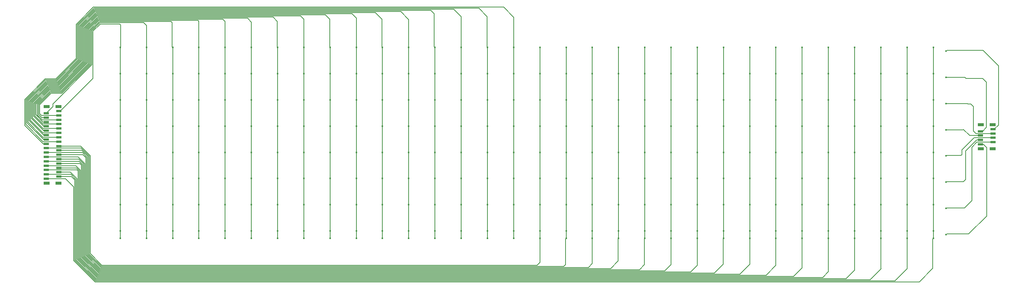
<source format=gbl>
G04 #@! TF.GenerationSoftware,KiCad,Pcbnew,6.0.8+dfsg-1~bpo11+1*
G04 #@! TF.CreationDate,2023-03-24T18:59:51-04:00*
G04 #@! TF.ProjectId,captouch_sensor_baseline,63617074-6f75-4636-985f-73656e736f72,rev?*
G04 #@! TF.SameCoordinates,Original*
G04 #@! TF.FileFunction,Copper,L2,Bot*
G04 #@! TF.FilePolarity,Positive*
%FSLAX46Y46*%
G04 Gerber Fmt 4.6, Leading zero omitted, Abs format (unit mm)*
G04 Created by KiCad (PCBNEW 6.0.8+dfsg-1~bpo11+1) date 2023-03-24 18:59:51*
%MOMM*%
%LPD*%
G01*
G04 APERTURE LIST*
G04 #@! TA.AperFunction,SMDPad,CuDef*
%ADD10R,1.200000X0.600000*%
G04 #@! TD*
G04 #@! TA.AperFunction,SMDPad,CuDef*
%ADD11R,1.400000X0.800000*%
G04 #@! TD*
G04 #@! TA.AperFunction,ViaPad*
%ADD12C,0.400000*%
G04 #@! TD*
G04 #@! TA.AperFunction,Conductor*
%ADD13C,0.127000*%
G04 #@! TD*
G04 APERTURE END LIST*
D10*
X52125000Y-72625000D03*
X49225000Y-73125000D03*
X52125000Y-73625000D03*
X49225000Y-74125000D03*
X52125000Y-74625000D03*
X49225000Y-75125000D03*
X52125000Y-75625000D03*
X49225000Y-76125000D03*
X52125000Y-76625000D03*
X49225000Y-77125000D03*
X52125000Y-77625000D03*
X49225000Y-78125000D03*
X52125000Y-78625000D03*
X49225000Y-79125000D03*
X52125000Y-79625000D03*
X49225000Y-80125000D03*
X52125000Y-80625000D03*
X49225000Y-81125000D03*
X52125000Y-81625000D03*
X49225000Y-82125000D03*
X52125000Y-82625000D03*
X49225000Y-83125000D03*
X52125000Y-83625000D03*
X49225000Y-84125000D03*
X52125000Y-84625000D03*
X49225000Y-85125000D03*
X52125000Y-85625000D03*
X49225000Y-86125000D03*
X52125000Y-86625000D03*
X49225000Y-87125000D03*
X52125000Y-87625000D03*
X49225000Y-88125000D03*
D11*
X52025000Y-71625000D03*
X49325000Y-71625000D03*
X52025000Y-89125000D03*
X49325000Y-89125000D03*
D10*
X265775000Y-76750000D03*
X262875000Y-77250000D03*
X265775000Y-77750000D03*
X262875000Y-78250000D03*
X265775000Y-78750000D03*
X262875000Y-79250000D03*
X265775000Y-79750000D03*
X262875000Y-80250000D03*
D11*
X265675000Y-75750000D03*
X262975000Y-75750000D03*
X265675000Y-81250000D03*
X262975000Y-81250000D03*
D12*
X255050000Y-58900000D03*
X255050000Y-64900000D03*
X255050000Y-70900000D03*
X255050000Y-76900000D03*
X255050000Y-82900000D03*
X255050000Y-88900000D03*
X255050000Y-94900000D03*
X255050000Y-100900000D03*
X66125000Y-70075000D03*
X66125000Y-64075000D03*
X66125000Y-58075000D03*
X66125000Y-82075000D03*
X66125000Y-76075000D03*
X66125000Y-100075000D03*
X66125000Y-94075000D03*
X66125000Y-88075000D03*
X66125000Y-101750000D03*
X72125000Y-100075000D03*
X72125000Y-76075000D03*
X72125000Y-70075000D03*
X72125000Y-82075000D03*
X72125000Y-94075000D03*
X72125000Y-88075000D03*
X72125000Y-64075000D03*
X72125000Y-58075000D03*
X72125000Y-101750000D03*
X78125000Y-64075000D03*
X78125000Y-88075000D03*
X78125000Y-101750000D03*
X78125000Y-58075000D03*
X78125000Y-70075000D03*
X78125000Y-94075000D03*
X78125000Y-82075000D03*
X78125000Y-76075000D03*
X78125000Y-100075000D03*
X84125000Y-64075000D03*
X84125000Y-76075000D03*
X84125000Y-58075000D03*
X84125000Y-100075000D03*
X84125000Y-88075000D03*
X84125000Y-82075000D03*
X84125000Y-94075000D03*
X84125000Y-70075000D03*
X84125000Y-101750000D03*
X90125000Y-70075000D03*
X90125000Y-58075000D03*
X90125000Y-64075000D03*
X90125000Y-94075000D03*
X90125000Y-88075000D03*
X90125000Y-82075000D03*
X90125000Y-100075000D03*
X90125000Y-101750000D03*
X90125000Y-76075000D03*
X96125000Y-76075000D03*
X96125000Y-88075000D03*
X96125000Y-70075000D03*
X96125000Y-100075000D03*
X96125000Y-94075000D03*
X96125000Y-58075000D03*
X96125000Y-64075000D03*
X96125000Y-82075000D03*
X96125000Y-101750000D03*
X102125000Y-101750000D03*
X102125000Y-64075000D03*
X102125000Y-76075000D03*
X102125000Y-58075000D03*
X102125000Y-88075000D03*
X102125000Y-100075000D03*
X102125000Y-70075000D03*
X102125000Y-94075000D03*
X102125000Y-82075000D03*
X108125000Y-70075000D03*
X108125000Y-101750000D03*
X108125000Y-94075000D03*
X108125000Y-76075000D03*
X108125000Y-58075000D03*
X108125000Y-100075000D03*
X108125000Y-64075000D03*
X108125000Y-88075000D03*
X108125000Y-82075000D03*
X114125000Y-58075000D03*
X114125000Y-94075000D03*
X114125000Y-88075000D03*
X114125000Y-82075000D03*
X114125000Y-76075000D03*
X114125000Y-64075000D03*
X114125000Y-101750000D03*
X114125000Y-70075000D03*
X114125000Y-100075000D03*
X120125000Y-88075000D03*
X120125000Y-100075000D03*
X120125000Y-101750000D03*
X120125000Y-64075000D03*
X120125000Y-94075000D03*
X120125000Y-70075000D03*
X120125000Y-58075000D03*
X120125000Y-76075000D03*
X120125000Y-82075000D03*
X126125000Y-94075000D03*
X126125000Y-101750000D03*
X126125000Y-70075000D03*
X126125000Y-88075000D03*
X126125000Y-76075000D03*
X126125000Y-82075000D03*
X126125000Y-64075000D03*
X126125000Y-58075000D03*
X126125000Y-100075000D03*
X132125000Y-76075000D03*
X132125000Y-88075000D03*
X132125000Y-94075000D03*
X132125000Y-100075000D03*
X132125000Y-64075000D03*
X132125000Y-101750000D03*
X132125000Y-70075000D03*
X132125000Y-58075000D03*
X132125000Y-82075000D03*
X138125000Y-58075000D03*
X138125000Y-101750000D03*
X138125000Y-70075000D03*
X138125000Y-64075000D03*
X138125000Y-94075000D03*
X138125000Y-76075000D03*
X138125000Y-100075000D03*
X138125000Y-88075000D03*
X138125000Y-82075000D03*
X144125000Y-82075000D03*
X144125000Y-94075000D03*
X144125000Y-70075000D03*
X144125000Y-76075000D03*
X144125000Y-58075000D03*
X144125000Y-64075000D03*
X144125000Y-100075000D03*
X144125000Y-101750000D03*
X144125000Y-88075000D03*
X150125000Y-64075000D03*
X150125000Y-100075000D03*
X150125000Y-58075000D03*
X150125000Y-70075000D03*
X150125000Y-101750000D03*
X150125000Y-76075000D03*
X150125000Y-88075000D03*
X150125000Y-94075000D03*
X150125000Y-82075000D03*
X156125000Y-76075000D03*
X156125000Y-70075000D03*
X156125000Y-101750000D03*
X156125000Y-64075000D03*
X156125000Y-82075000D03*
X156125000Y-58075000D03*
X156125000Y-100075000D03*
X156125000Y-88075000D03*
X156125000Y-94075000D03*
X162125000Y-88075000D03*
X162125000Y-82075000D03*
X162125000Y-94075000D03*
X162125000Y-101750000D03*
X162125000Y-100075000D03*
X162125000Y-58075000D03*
X162125000Y-64075000D03*
X162125000Y-70075000D03*
X162125000Y-76075000D03*
X168125000Y-70075000D03*
X168125000Y-82075000D03*
X168125000Y-88075000D03*
X168125000Y-94075000D03*
X168125000Y-100075000D03*
X168125000Y-76075000D03*
X168125000Y-64075000D03*
X168125000Y-58075000D03*
X168125000Y-101750000D03*
X174125000Y-101750000D03*
X174125000Y-82075000D03*
X174125000Y-70075000D03*
X174125000Y-100075000D03*
X174125000Y-88075000D03*
X174125000Y-94075000D03*
X174125000Y-58075000D03*
X174125000Y-64075000D03*
X174125000Y-76075000D03*
X180125000Y-82075000D03*
X180125000Y-100075000D03*
X180125000Y-101750000D03*
X180125000Y-58075000D03*
X180125000Y-76075000D03*
X180125000Y-64075000D03*
X180125000Y-88075000D03*
X180125000Y-94075000D03*
X180125000Y-70075000D03*
X186125000Y-58075000D03*
X186125000Y-101750000D03*
X186125000Y-94075000D03*
X186125000Y-88075000D03*
X186125000Y-82075000D03*
X186125000Y-70075000D03*
X186125000Y-64075000D03*
X186125000Y-76075000D03*
X186125000Y-100075000D03*
X192125000Y-94075000D03*
X192125000Y-64075000D03*
X192125000Y-88075000D03*
X192125000Y-58075000D03*
X192125000Y-82075000D03*
X192125000Y-76075000D03*
X192125000Y-100075000D03*
X192125000Y-101750000D03*
X192125000Y-70075000D03*
X198125000Y-70075000D03*
X198125000Y-101750000D03*
X198125000Y-76075000D03*
X198125000Y-100075000D03*
X198125000Y-64075000D03*
X198125000Y-82075000D03*
X198125000Y-94075000D03*
X198125000Y-88075000D03*
X198125000Y-58075000D03*
X204125000Y-101750000D03*
X204125000Y-64075000D03*
X204125000Y-94075000D03*
X204125000Y-70075000D03*
X204125000Y-82075000D03*
X204125000Y-76075000D03*
X204125000Y-58075000D03*
X204125000Y-100075000D03*
X204125000Y-88075000D03*
X210125000Y-70075000D03*
X210125000Y-58075000D03*
X210125000Y-88075000D03*
X210125000Y-76075000D03*
X210125000Y-64075000D03*
X210125000Y-82075000D03*
X210125000Y-94075000D03*
X210125000Y-100075000D03*
X210125000Y-101750000D03*
X216125000Y-88075000D03*
X216125000Y-82075000D03*
X216125000Y-76075000D03*
X216125000Y-100075000D03*
X216125000Y-101750000D03*
X216125000Y-94075000D03*
X216125000Y-58075000D03*
X216125000Y-64075000D03*
X216125000Y-70075000D03*
X222125000Y-94075000D03*
X222125000Y-88075000D03*
X222125000Y-58075000D03*
X222125000Y-76075000D03*
X222125000Y-82075000D03*
X222125000Y-70075000D03*
X222125000Y-101750000D03*
X222125000Y-64075000D03*
X222125000Y-100075000D03*
X228125000Y-94075000D03*
X228125000Y-88075000D03*
X228125000Y-101750000D03*
X228125000Y-100075000D03*
X228125000Y-64075000D03*
X228125000Y-58075000D03*
X228125000Y-70075000D03*
X228125000Y-82075000D03*
X228125000Y-76075000D03*
X234125000Y-94075000D03*
X234125000Y-100075000D03*
X234125000Y-76075000D03*
X234125000Y-70075000D03*
X234125000Y-101750000D03*
X234125000Y-64075000D03*
X234125000Y-58075000D03*
X234125000Y-82075000D03*
X234125000Y-88075000D03*
X240125000Y-76075000D03*
X240125000Y-101750000D03*
X240125000Y-94075000D03*
X240125000Y-88075000D03*
X240125000Y-70075000D03*
X240125000Y-58075000D03*
X240125000Y-82075000D03*
X240125000Y-64075000D03*
X240125000Y-100075000D03*
X246125000Y-94075000D03*
X246125000Y-58075000D03*
X246125000Y-76075000D03*
X246125000Y-101750000D03*
X246125000Y-64075000D03*
X246125000Y-88075000D03*
X246125000Y-70075000D03*
X246125000Y-82075000D03*
X246125000Y-100075000D03*
X252125000Y-94075000D03*
X252125000Y-76075000D03*
X252125000Y-82075000D03*
X252125000Y-70075000D03*
X252125000Y-58075000D03*
X252125000Y-64075000D03*
X252125000Y-88075000D03*
X252125000Y-100075000D03*
X252125000Y-101750000D03*
D13*
X266075000Y-76750000D02*
X267025000Y-75800000D01*
X267025000Y-62300000D02*
X263500000Y-58775000D01*
X267025000Y-75800000D02*
X267025000Y-62300000D01*
X263500000Y-58775000D02*
X255175000Y-58775000D01*
X255175000Y-58775000D02*
X255050000Y-58900000D01*
X265775000Y-76750000D02*
X266075000Y-76750000D01*
X259350000Y-64900000D02*
X259600000Y-65150000D01*
X262875000Y-77250000D02*
X263375000Y-77250000D01*
X255050000Y-64900000D02*
X259350000Y-64900000D01*
X264300000Y-76325000D02*
X264300000Y-66050000D01*
X263400000Y-65150000D02*
X259600000Y-65150000D01*
X263375000Y-77250000D02*
X264300000Y-76325000D01*
X264300000Y-66050000D02*
X263400000Y-65150000D01*
X265775000Y-77750000D02*
X261850000Y-77750000D01*
X260000000Y-70975000D02*
X260700000Y-70975000D01*
X261325000Y-71600000D02*
X260700000Y-70975000D01*
X261850000Y-77750000D02*
X261325000Y-77225000D01*
X259925000Y-70900000D02*
X260000000Y-70975000D01*
X255050000Y-70900000D02*
X259925000Y-70900000D01*
X261325000Y-77225000D02*
X261325000Y-71600000D01*
X255050000Y-76900000D02*
X258850000Y-76900000D01*
X258850000Y-76900000D02*
X258900000Y-76850000D01*
X262875000Y-78250000D02*
X260450000Y-78250000D01*
X260450000Y-78250000D02*
X259050000Y-76850000D01*
X259050000Y-76850000D02*
X258900000Y-76850000D01*
X255125000Y-82825000D02*
X255050000Y-82900000D01*
X265775000Y-78750000D02*
X261425000Y-78750000D01*
X258700000Y-81475000D02*
X258700000Y-82575000D01*
X261425000Y-78750000D02*
X258700000Y-81475000D01*
X258450000Y-82825000D02*
X255125000Y-82825000D01*
X258700000Y-82575000D02*
X258450000Y-82825000D01*
X259500000Y-81775000D02*
X259500000Y-88300000D01*
X258975000Y-88825000D02*
X255125000Y-88825000D01*
X259500000Y-88300000D02*
X258975000Y-88825000D01*
X255125000Y-88825000D02*
X255050000Y-88900000D01*
X262875000Y-79250000D02*
X262025000Y-79250000D01*
X262025000Y-79250000D02*
X259500000Y-81775000D01*
X260950000Y-80894000D02*
X260950000Y-93150000D01*
X262094000Y-79750000D02*
X260950000Y-80894000D01*
X260950000Y-93150000D02*
X259300000Y-94800000D01*
X255150000Y-94800000D02*
X255050000Y-94900000D01*
X265775000Y-79750000D02*
X262094000Y-79750000D01*
X259300000Y-94800000D02*
X255150000Y-94800000D01*
X260200000Y-100775000D02*
X255175000Y-100775000D01*
X263602000Y-80250000D02*
X264325000Y-80973000D01*
X264325000Y-96650000D02*
X260200000Y-100775000D01*
X255175000Y-100775000D02*
X255050000Y-100900000D01*
X262875000Y-80250000D02*
X263602000Y-80250000D01*
X264325000Y-80973000D02*
X264325000Y-96650000D01*
X66125000Y-70075000D02*
X66125000Y-76075000D01*
X59875000Y-65175000D02*
X59875000Y-54375000D01*
X66200000Y-58000000D02*
X66125000Y-58075000D01*
X61550000Y-52700000D02*
X65975000Y-52700000D01*
X59875000Y-54375000D02*
X61550000Y-52700000D01*
X66125000Y-82075000D02*
X66125000Y-88075000D01*
X66125000Y-58075000D02*
X66125000Y-64075000D01*
X66125000Y-76075000D02*
X66125000Y-82075000D01*
X66125000Y-100075000D02*
X66125000Y-101750000D01*
X66200000Y-52925000D02*
X66200000Y-58000000D01*
X66125000Y-64075000D02*
X66125000Y-70075000D01*
X66125000Y-88075000D02*
X66125000Y-94075000D01*
X52425000Y-72625000D02*
X59875000Y-65175000D01*
X65975000Y-52700000D02*
X66200000Y-52925000D01*
X66125000Y-94075000D02*
X66125000Y-100075000D01*
X52125000Y-72625000D02*
X52425000Y-72625000D01*
X49225000Y-73125000D02*
X50725000Y-71625000D01*
X72125000Y-101750000D02*
X72125000Y-100075000D01*
X59621000Y-54269790D02*
X61465790Y-52425000D01*
X71500000Y-52425000D02*
X72125000Y-53050000D01*
X61465790Y-52425000D02*
X71500000Y-52425000D01*
X50725000Y-70975000D02*
X59621000Y-62079000D01*
X59621000Y-62079000D02*
X59621000Y-54269790D01*
X50725000Y-71625000D02*
X50725000Y-70975000D01*
X72125000Y-53050000D02*
X72125000Y-58075000D01*
X72125000Y-100075000D02*
X72125000Y-58075000D01*
X52765790Y-68575000D02*
X59367000Y-61973790D01*
X78000000Y-57950000D02*
X78125000Y-58075000D01*
X59367000Y-61973790D02*
X59367000Y-54164580D01*
X48100000Y-73625000D02*
X47700000Y-73225000D01*
X78000000Y-52425000D02*
X78000000Y-57950000D01*
X59367000Y-54164580D02*
X61360580Y-52171000D01*
X77746000Y-52171000D02*
X78000000Y-52425000D01*
X52125000Y-73625000D02*
X48100000Y-73625000D01*
X50325000Y-68575000D02*
X52765790Y-68575000D01*
X47700000Y-73225000D02*
X47700000Y-71200000D01*
X78125000Y-58075000D02*
X78125000Y-101750000D01*
X47700000Y-71200000D02*
X50325000Y-68575000D01*
X61360580Y-52171000D02*
X77746000Y-52171000D01*
X47446000Y-71094790D02*
X47446000Y-73371000D01*
X59113000Y-54059370D02*
X59113000Y-61868580D01*
X59113000Y-61868580D02*
X52660580Y-68321000D01*
X50219790Y-68321000D02*
X47446000Y-71094790D01*
X48200000Y-74125000D02*
X49225000Y-74125000D01*
X84125000Y-101750000D02*
X84125000Y-58075000D01*
X47446000Y-73371000D02*
X48200000Y-74125000D01*
X83892000Y-51917000D02*
X61255370Y-51917000D01*
X61255370Y-51917000D02*
X59113000Y-54059370D01*
X84125000Y-52150000D02*
X83892000Y-51917000D01*
X84125000Y-58075000D02*
X84125000Y-52150000D01*
X52660580Y-68321000D02*
X50219790Y-68321000D01*
X90075000Y-58025000D02*
X90125000Y-58075000D01*
X47192000Y-70989580D02*
X50114580Y-68067000D01*
X52555370Y-68067000D02*
X58859000Y-61763370D01*
X48300000Y-74625000D02*
X47192000Y-73517000D01*
X61150160Y-51663000D02*
X89563000Y-51663000D01*
X58859000Y-61763370D02*
X58859000Y-53954160D01*
X90125000Y-58075000D02*
X90125000Y-101750000D01*
X52125000Y-74625000D02*
X48300000Y-74625000D01*
X89563000Y-51663000D02*
X90075000Y-52175000D01*
X58859000Y-53954160D02*
X61150160Y-51663000D01*
X47192000Y-73517000D02*
X47192000Y-70989580D01*
X50114580Y-68067000D02*
X52555370Y-68067000D01*
X90075000Y-52175000D02*
X90075000Y-58025000D01*
X46800000Y-71022370D02*
X46800000Y-73484210D01*
X96125000Y-52300000D02*
X95234000Y-51409000D01*
X96125000Y-58075000D02*
X96125000Y-52300000D01*
X58605000Y-61658160D02*
X52450160Y-67813000D01*
X58605000Y-53848950D02*
X58605000Y-61658160D01*
X52450160Y-67813000D02*
X50009370Y-67813000D01*
X96125000Y-101750000D02*
X96125000Y-58075000D01*
X95234000Y-51409000D02*
X61044950Y-51409000D01*
X48440790Y-75125000D02*
X49225000Y-75125000D01*
X50009370Y-67813000D02*
X46800000Y-71022370D01*
X61044950Y-51409000D02*
X58605000Y-53848950D01*
X46800000Y-73484210D02*
X48440790Y-75125000D01*
X58351000Y-53743740D02*
X60939740Y-51155000D01*
X46546000Y-70917160D02*
X49904160Y-67559000D01*
X58351000Y-61552950D02*
X58351000Y-53743740D01*
X49904160Y-67559000D02*
X52344950Y-67559000D01*
X102125000Y-58075000D02*
X102125000Y-101750000D01*
X102050000Y-58000000D02*
X102125000Y-58075000D01*
X101080000Y-51155000D02*
X102050000Y-52125000D01*
X52344950Y-67559000D02*
X58351000Y-61552950D01*
X102050000Y-52125000D02*
X102050000Y-58000000D01*
X46546000Y-73727000D02*
X46546000Y-70917160D01*
X52125000Y-75625000D02*
X48444000Y-75625000D01*
X48444000Y-75625000D02*
X46546000Y-73727000D01*
X60939740Y-51155000D02*
X101080000Y-51155000D01*
X46292000Y-73832210D02*
X48584790Y-76125000D01*
X52239740Y-67305000D02*
X49798950Y-67305000D01*
X58097000Y-61447740D02*
X52239740Y-67305000D01*
X108125000Y-58075000D02*
X108125000Y-51625000D01*
X108125000Y-51625000D02*
X107401000Y-50901000D01*
X60834530Y-50901000D02*
X58097000Y-53638530D01*
X107401000Y-50901000D02*
X60834530Y-50901000D01*
X58097000Y-53638530D02*
X58097000Y-61447740D01*
X49798950Y-67305000D02*
X46292000Y-70811950D01*
X108125000Y-101750000D02*
X108125000Y-58075000D01*
X48584790Y-76125000D02*
X49225000Y-76125000D01*
X46292000Y-70811950D02*
X46292000Y-73832210D01*
X114125000Y-58075000D02*
X114125000Y-101750000D01*
X52125000Y-76625000D02*
X48444000Y-76625000D01*
X114025000Y-51600000D02*
X114025000Y-57975000D01*
X57843000Y-53533320D02*
X60729320Y-50647000D01*
X48444000Y-76625000D02*
X46038000Y-74219000D01*
X46038000Y-74219000D02*
X46038000Y-70706740D01*
X46038000Y-70706740D02*
X49693740Y-67051000D01*
X60729320Y-50647000D02*
X113072000Y-50647000D01*
X52134530Y-67051000D02*
X57843000Y-61342530D01*
X114025000Y-57975000D02*
X114125000Y-58075000D01*
X57843000Y-61342530D02*
X57843000Y-53533320D01*
X113072000Y-50647000D02*
X114025000Y-51600000D01*
X49693740Y-67051000D02*
X52134530Y-67051000D01*
X52029320Y-66797000D02*
X49588530Y-66797000D01*
X119168000Y-50393000D02*
X60624110Y-50393000D01*
X60624110Y-50393000D02*
X57589000Y-53428110D01*
X45784000Y-74324210D02*
X48584790Y-77125000D01*
X48584790Y-77125000D02*
X49225000Y-77125000D01*
X57589000Y-61237320D02*
X52029320Y-66797000D01*
X120125000Y-58075000D02*
X120125000Y-51350000D01*
X45784000Y-70601530D02*
X45784000Y-74324210D01*
X120125000Y-101750000D02*
X120125000Y-58075000D01*
X57589000Y-53428110D02*
X57589000Y-61237320D01*
X120125000Y-51350000D02*
X119168000Y-50393000D01*
X49588530Y-66797000D02*
X45784000Y-70601530D01*
X57335000Y-53322900D02*
X60518900Y-50139000D01*
X45530000Y-70496320D02*
X49483320Y-66543000D01*
X125975000Y-51650000D02*
X125975000Y-57925000D01*
X60518900Y-50139000D02*
X124464000Y-50139000D01*
X124464000Y-50139000D02*
X125975000Y-51650000D01*
X51924110Y-66543000D02*
X57335000Y-61132110D01*
X49483320Y-66543000D02*
X51924110Y-66543000D01*
X48444000Y-77625000D02*
X45530000Y-74711000D01*
X52125000Y-77625000D02*
X48444000Y-77625000D01*
X57335000Y-61132110D02*
X57335000Y-53322900D01*
X126125000Y-58075000D02*
X126125000Y-101750000D01*
X125975000Y-57925000D02*
X126125000Y-58075000D01*
X45530000Y-74711000D02*
X45530000Y-70496320D01*
X130285000Y-49885000D02*
X132075000Y-51675000D01*
X51818900Y-66289000D02*
X57081000Y-61026900D01*
X132125000Y-58075000D02*
X132075000Y-58025000D01*
X132075000Y-58025000D02*
X132075000Y-51675000D01*
X57081000Y-61026900D02*
X57081000Y-53217690D01*
X132125000Y-101750000D02*
X132125000Y-58075000D01*
X45276000Y-74816210D02*
X45276000Y-70391110D01*
X48584790Y-78125000D02*
X45276000Y-74816210D01*
X60413690Y-49885000D02*
X130285000Y-49885000D01*
X49225000Y-78125000D02*
X48584790Y-78125000D01*
X49378110Y-66289000D02*
X51818900Y-66289000D01*
X57081000Y-53217690D02*
X60413690Y-49885000D01*
X45276000Y-70391110D02*
X49378110Y-66289000D01*
X48444000Y-78625000D02*
X45022000Y-75203000D01*
X49272900Y-66035000D02*
X51713690Y-66035000D01*
X52125000Y-78625000D02*
X48444000Y-78625000D01*
X138125000Y-58075000D02*
X138125000Y-101750000D01*
X51713690Y-66035000D02*
X56827000Y-60921690D01*
X45022000Y-75203000D02*
X45022000Y-70285900D01*
X60308480Y-49631000D02*
X137206000Y-49631000D01*
X137937500Y-57887500D02*
X138125000Y-58075000D01*
X56827000Y-60921690D02*
X56827000Y-53112480D01*
X56827000Y-53112480D02*
X60308480Y-49631000D01*
X137206000Y-49631000D02*
X137937500Y-50362500D01*
X137937500Y-50362500D02*
X137937500Y-57887500D01*
X45022000Y-70285900D02*
X49272900Y-66035000D01*
X56573000Y-60816480D02*
X51608480Y-65781000D01*
X51608480Y-65781000D02*
X49167690Y-65781000D01*
X44768000Y-75308210D02*
X48584790Y-79125000D01*
X144125000Y-58075000D02*
X144125000Y-51050000D01*
X56573000Y-53007270D02*
X56573000Y-60816480D01*
X144125000Y-101750000D02*
X144125000Y-58075000D01*
X44768000Y-70180690D02*
X44768000Y-75308210D01*
X144125000Y-51050000D02*
X142452000Y-49377000D01*
X142452000Y-49377000D02*
X60203270Y-49377000D01*
X60203270Y-49377000D02*
X56573000Y-53007270D01*
X49167690Y-65781000D02*
X44768000Y-70180690D01*
X48584790Y-79125000D02*
X49225000Y-79125000D01*
X150050000Y-51000000D02*
X150050000Y-58000000D01*
X48444000Y-79625000D02*
X44514000Y-75695000D01*
X150125000Y-58075000D02*
X150125000Y-101750000D01*
X51503270Y-65527000D02*
X56319000Y-60711270D01*
X44514000Y-70075480D02*
X49062480Y-65527000D01*
X150050000Y-58000000D02*
X150125000Y-58075000D01*
X49062480Y-65527000D02*
X51503270Y-65527000D01*
X56319000Y-60711270D02*
X56319000Y-52902060D01*
X60098060Y-49123000D02*
X148173000Y-49123000D01*
X56319000Y-52902060D02*
X60098060Y-49123000D01*
X44514000Y-75695000D02*
X44514000Y-70075480D01*
X52125000Y-79625000D02*
X48444000Y-79625000D01*
X148173000Y-49123000D02*
X150050000Y-51000000D01*
X156125000Y-58075000D02*
X156125000Y-51175000D01*
X56065000Y-52796850D02*
X56065000Y-60606060D01*
X153819000Y-48869000D02*
X59992850Y-48869000D01*
X156125000Y-51175000D02*
X153819000Y-48869000D01*
X44260000Y-69970270D02*
X44260000Y-75887000D01*
X51398060Y-65273000D02*
X48957270Y-65273000D01*
X48957270Y-65273000D02*
X44260000Y-69970270D01*
X59992850Y-48869000D02*
X56065000Y-52796850D01*
X44260000Y-75887000D02*
X48498000Y-80125000D01*
X48498000Y-80125000D02*
X49225000Y-80125000D01*
X156125000Y-101750000D02*
X156125000Y-58075000D01*
X56065000Y-60606060D02*
X51398060Y-65273000D01*
X162125000Y-101750000D02*
X162125000Y-107250000D01*
X162125000Y-107250000D02*
X161475000Y-107900000D01*
X57050000Y-80625000D02*
X52125000Y-80625000D01*
X59275000Y-105250000D02*
X59275000Y-82850000D01*
X161475000Y-107900000D02*
X61925000Y-107900000D01*
X61925000Y-107900000D02*
X59275000Y-105250000D01*
X59275000Y-82850000D02*
X57050000Y-80625000D01*
X162125000Y-58075000D02*
X162125000Y-101750000D01*
X59021000Y-105355210D02*
X61819790Y-108154000D01*
X167975000Y-107725000D02*
X167975000Y-101900000D01*
X168125000Y-101750000D02*
X168125000Y-58075000D01*
X61819790Y-108154000D02*
X167546000Y-108154000D01*
X167546000Y-108154000D02*
X167975000Y-107725000D01*
X59021000Y-82955210D02*
X59021000Y-105355210D01*
X57190790Y-81125000D02*
X59021000Y-82955210D01*
X167975000Y-101900000D02*
X168125000Y-101750000D01*
X49225000Y-81125000D02*
X57190790Y-81125000D01*
X174125000Y-58075000D02*
X174125000Y-101750000D01*
X52125000Y-81625000D02*
X57331580Y-81625000D01*
X58767000Y-83060420D02*
X58767000Y-105460420D01*
X174125000Y-101750000D02*
X174125000Y-107500000D01*
X173217000Y-108408000D02*
X174125000Y-107500000D01*
X58767000Y-105460420D02*
X61714580Y-108408000D01*
X57331580Y-81625000D02*
X58767000Y-83060420D01*
X61714580Y-108408000D02*
X173217000Y-108408000D01*
X180050000Y-106900000D02*
X180050000Y-101825000D01*
X180050000Y-101825000D02*
X180125000Y-101750000D01*
X61609370Y-108662000D02*
X178288000Y-108662000D01*
X180125000Y-101750000D02*
X180125000Y-58075000D01*
X178288000Y-108662000D02*
X180050000Y-106900000D01*
X58513000Y-105565630D02*
X61609370Y-108662000D01*
X49225000Y-82125000D02*
X57472370Y-82125000D01*
X57472370Y-82125000D02*
X58513000Y-83165630D01*
X58513000Y-83165630D02*
X58513000Y-105565630D01*
X186050000Y-101825000D02*
X186125000Y-101750000D01*
X58259000Y-83270840D02*
X58259000Y-105670840D01*
X186125000Y-101750000D02*
X186125000Y-58075000D01*
X186050000Y-107800000D02*
X186050000Y-101825000D01*
X57613160Y-82625000D02*
X58259000Y-83270840D01*
X184934000Y-108916000D02*
X186050000Y-107800000D01*
X61504160Y-108916000D02*
X184934000Y-108916000D01*
X58259000Y-105670840D02*
X61504160Y-108916000D01*
X52125000Y-82625000D02*
X57613160Y-82625000D01*
X192125000Y-101750000D02*
X192125000Y-107750000D01*
X58005000Y-84655000D02*
X58005000Y-105776050D01*
X190705000Y-109170000D02*
X192125000Y-107750000D01*
X192125000Y-101750000D02*
X192125000Y-58075000D01*
X56475000Y-83125000D02*
X58005000Y-84655000D01*
X61398950Y-109170000D02*
X190705000Y-109170000D01*
X58005000Y-105776050D02*
X61398950Y-109170000D01*
X49225000Y-83125000D02*
X56475000Y-83125000D01*
X56615790Y-83625000D02*
X52125000Y-83625000D01*
X196626000Y-109424000D02*
X61293740Y-109424000D01*
X198125000Y-101750000D02*
X198125000Y-58075000D01*
X57751000Y-105881260D02*
X57751000Y-84760210D01*
X198125000Y-101750000D02*
X198125000Y-107925000D01*
X57751000Y-84760210D02*
X56615790Y-83625000D01*
X61293740Y-109424000D02*
X57751000Y-105881260D01*
X198125000Y-107925000D02*
X196626000Y-109424000D01*
X56756580Y-84125000D02*
X57497000Y-84865420D01*
X49225000Y-84125000D02*
X56756580Y-84125000D01*
X57497000Y-84865420D02*
X57497000Y-105986470D01*
X57497000Y-105986470D02*
X61188530Y-109678000D01*
X204075000Y-101800000D02*
X204125000Y-101750000D01*
X204125000Y-101750000D02*
X204125000Y-58075000D01*
X204075000Y-107675000D02*
X204075000Y-101800000D01*
X202072000Y-109678000D02*
X204075000Y-107675000D01*
X61188530Y-109678000D02*
X202072000Y-109678000D01*
X57243000Y-106091680D02*
X57243000Y-84970630D01*
X61083320Y-109932000D02*
X57243000Y-106091680D01*
X56897370Y-84625000D02*
X52125000Y-84625000D01*
X210125000Y-101750000D02*
X210125000Y-58075000D01*
X57243000Y-84970630D02*
X56897370Y-84625000D01*
X207843000Y-109932000D02*
X61083320Y-109932000D01*
X210125000Y-101750000D02*
X210125000Y-107650000D01*
X210125000Y-107650000D02*
X207843000Y-109932000D01*
X213889000Y-110186000D02*
X216125000Y-107950000D01*
X55975000Y-85125000D02*
X56989000Y-86139000D01*
X216125000Y-101750000D02*
X216125000Y-58075000D01*
X49225000Y-85125000D02*
X55975000Y-85125000D01*
X60978110Y-110186000D02*
X213889000Y-110186000D01*
X56989000Y-86139000D02*
X56989000Y-106196890D01*
X56989000Y-106196890D02*
X60978110Y-110186000D01*
X216125000Y-107950000D02*
X216125000Y-101750000D01*
X56735000Y-106302100D02*
X56735000Y-86244210D01*
X56735000Y-86244210D02*
X56115790Y-85625000D01*
X56115790Y-85625000D02*
X52125000Y-85625000D01*
X222125000Y-101750000D02*
X222125000Y-58075000D01*
X222125000Y-108500000D02*
X220185000Y-110440000D01*
X220185000Y-110440000D02*
X60872900Y-110440000D01*
X222125000Y-101750000D02*
X222125000Y-108500000D01*
X60872900Y-110440000D02*
X56735000Y-106302100D01*
X56481000Y-106407310D02*
X56481000Y-86349420D01*
X226831000Y-110694000D02*
X60767690Y-110694000D01*
X228125000Y-101750000D02*
X228125000Y-109400000D01*
X228125000Y-101750000D02*
X228125000Y-58075000D01*
X56481000Y-86349420D02*
X56256580Y-86125000D01*
X228125000Y-109400000D02*
X226831000Y-110694000D01*
X56256580Y-86125000D02*
X49225000Y-86125000D01*
X60767690Y-110694000D02*
X56481000Y-106407310D01*
X60662480Y-110948000D02*
X56227000Y-106512520D01*
X54700000Y-86625000D02*
X52125000Y-86625000D01*
X234125000Y-101750000D02*
X234125000Y-109000000D01*
X232177000Y-110948000D02*
X60662480Y-110948000D01*
X56227000Y-88152000D02*
X54700000Y-86625000D01*
X234125000Y-109000000D02*
X232177000Y-110948000D01*
X234125000Y-101750000D02*
X234125000Y-58075000D01*
X56227000Y-106512520D02*
X56227000Y-88152000D01*
X55973000Y-106617730D02*
X60557270Y-111202000D01*
X54840790Y-87125000D02*
X55973000Y-88257210D01*
X240125000Y-101750000D02*
X240125000Y-58075000D01*
X55973000Y-88257210D02*
X55973000Y-106617730D01*
X240125000Y-108600000D02*
X240200000Y-108675000D01*
X240125000Y-101750000D02*
X240125000Y-108600000D01*
X237673000Y-111202000D02*
X240200000Y-108675000D01*
X49225000Y-87125000D02*
X54840790Y-87125000D01*
X60557270Y-111202000D02*
X237673000Y-111202000D01*
X243344000Y-111456000D02*
X246125000Y-108675000D01*
X55719000Y-88362420D02*
X55719000Y-106722940D01*
X60452060Y-111456000D02*
X243344000Y-111456000D01*
X54981580Y-87625000D02*
X55719000Y-88362420D01*
X246125000Y-101750000D02*
X246125000Y-58075000D01*
X55719000Y-106722940D02*
X60452060Y-111456000D01*
X246125000Y-101750000D02*
X246125000Y-108675000D01*
X52125000Y-87625000D02*
X54981580Y-87625000D01*
X60346850Y-111710000D02*
X248940000Y-111710000D01*
X252125000Y-101750000D02*
X252125000Y-58075000D01*
X49225000Y-88125000D02*
X53600000Y-88125000D01*
X252025000Y-108625000D02*
X252025000Y-101850000D01*
X252025000Y-101850000D02*
X252125000Y-101750000D01*
X53600000Y-88125000D02*
X55465000Y-89990000D01*
X55465000Y-106828150D02*
X60346850Y-111710000D01*
X55465000Y-89990000D02*
X55465000Y-106828150D01*
X248940000Y-111710000D02*
X252025000Y-108625000D01*
M02*

</source>
